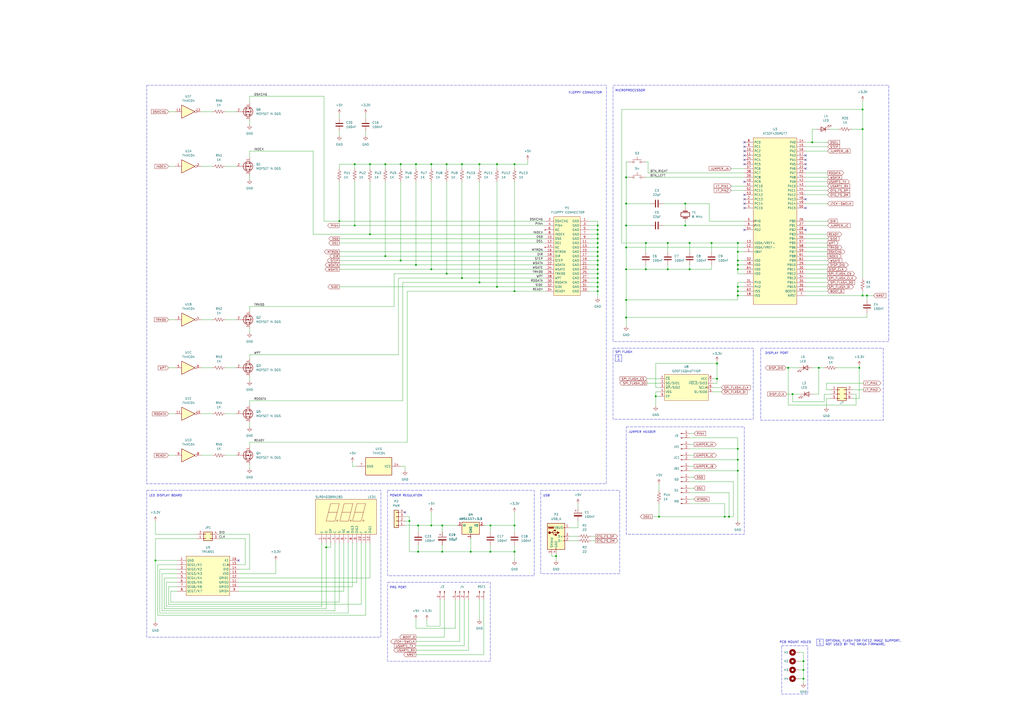
<source format=kicad_sch>
(kicad_sch (version 20230121) (generator eeschema)
  (paper "A2")
  (title_block (title "GOTEK FLOPPY EMULATOR") (date "2023-09-17") (rev "1") (comment 1 "ORIGINAL DESIGN BY GOTEK") (comment 2 "BASED ON SCHEMATIC DESIGNED BY H.M") (comment 3 "CREATED BY JEREMY KELLOGG") (comment 4 "https://github.com/omega9380/OmegaGOTEK"))
  (junction (at 374.65 156.21))
  (junction (at 346.71 153.67))
  (junction (at 363.22 118.11))
  (junction (at 346.71 140.97))
  (junction (at 259.08 95.25))
  (junction (at 502.92 171.45))
  (junction (at 346.71 156.21))
  (junction (at 427.99 266.7))
  (junction (at 205.74 95.25))
  (junction (at 298.45 168.91))
  (junction (at 259.08 158.75))
  (junction (at 420.37 299.72))
  (junction (at 387.35 156.21))
  (junction (at 241.3 153.67))
  (junction (at 346.71 158.75))
  (junction (at 267.97 95.25))
  (junction (at 415.925 210.82))
  (junction (at 380.365 229.87))
  (junction (at 346.71 163.83))
  (junction (at 387.35 140.97))
  (junction (at 223.52 95.25))
  (junction (at 500.38 74.93))
  (junction (at 346.71 135.89))
  (junction (at 278.13 95.25))
  (junction (at 256.54 320.04))
  (junction (at 427.99 166.37))
  (junction (at 223.52 148.59))
  (junction (at 242.57 304.8))
  (junction (at 214.63 135.89))
  (junction (at 500.38 171.45))
  (junction (at 457.2 213.36))
  (junction (at 346.71 133.35))
  (junction (at 400.05 140.97))
  (junction (at 427.99 140.97))
  (junction (at 250.19 95.25))
  (junction (at 500.38 63.5))
  (junction (at 298.45 320.04))
  (junction (at 250.19 304.8))
  (junction (at 466.09 388.62))
  (junction (at 363.22 184.15))
  (junction (at 278.13 163.83))
  (junction (at 427.99 168.91))
  (junction (at 284.48 304.8))
  (junction (at 346.71 130.81))
  (junction (at 427.99 260.35))
  (junction (at 90.17 325.12))
  (junction (at 427.99 273.05))
  (junction (at 363.22 156.21))
  (junction (at 466.09 393.7))
  (junction (at 298.45 304.8))
  (junction (at 346.71 168.91))
  (junction (at 189.23 317.5))
  (junction (at 466.09 383.54))
  (junction (at 382.27 299.72))
  (junction (at 346.71 146.05))
  (junction (at 474.98 213.36))
  (junction (at 298.45 95.25))
  (junction (at 397.51 130.81))
  (junction (at 427.99 146.05))
  (junction (at 242.57 320.04))
  (junction (at 267.97 161.29))
  (junction (at 400.05 156.21))
  (junction (at 374.65 140.97))
  (junction (at 471.17 82.55))
  (junction (at 363.22 173.99))
  (junction (at 397.51 118.11))
  (junction (at 363.22 102.87))
  (junction (at 346.71 148.59))
  (junction (at 196.85 128.27))
  (junction (at 256.54 304.8))
  (junction (at 241.3 95.25))
  (junction (at 427.99 151.13))
  (junction (at 237.49 302.26))
  (junction (at 363.22 143.51))
  (junction (at 273.05 320.04))
  (junction (at 284.48 320.04))
  (junction (at 459.74 228.6))
  (junction (at 422.91 299.72))
  (junction (at 346.71 138.43))
  (junction (at 427.99 171.45))
  (junction (at 363.22 130.81))
  (junction (at 346.71 151.13))
  (junction (at 250.19 156.21))
  (junction (at 415.925 219.71))
  (junction (at 322.58 322.58))
  (junction (at 288.29 166.37))
  (junction (at 346.71 143.51))
  (junction (at 498.475 213.36))
  (junction (at 346.71 161.29))
  (junction (at 232.41 151.13))
  (junction (at 214.63 95.25))
  (junction (at 288.29 95.25))
  (junction (at 205.74 130.81))
  (junction (at 412.75 140.97))
  (junction (at 346.71 166.37))
  (junction (at 232.41 95.25))
  (junction (at 427.99 153.67))
  (junction (at 427.99 156.21))
  (no_connect (at 431.8 133.35))
  (no_connect (at 431.8 95.25))
  (no_connect (at 138.43 325.12))
  (no_connect (at 467.36 92.71))
  (no_connect (at 431.8 87.63))
  (no_connect (at 467.36 133.35))
  (no_connect (at 431.8 105.41))
  (no_connect (at 467.36 97.79))
  (no_connect (at 467.36 95.25))
  (no_connect (at 431.8 120.65))
  (no_connect (at 431.8 82.55))
  (no_connect (at 431.8 92.71))
  (no_connect (at 431.8 85.09))
  (no_connect (at 431.8 115.57))
  (no_connect (at 467.36 120.65))
  (no_connect (at 467.36 90.17))
  (no_connect (at 467.36 115.57))
  (no_connect (at 431.8 113.03))
  (no_connect (at 234.95 297.18))
  (no_connect (at 431.8 118.11))
  (no_connect (at 431.8 90.17))
  (wire (pts (xy 116.84 185.42) (xy 123.19 185.42)))
  (wire (pts (xy 471.17 74.93) (xy 471.17 82.55)))
  (wire (pts (xy 322.58 321.31) (xy 322.58 322.58)))
  (wire (pts (xy 387.35 156.21) (xy 374.65 156.21)))
  (wire (pts (xy 378.46 299.72) (xy 382.27 299.72)))
  (wire (pts (xy 427.99 151.13) (xy 431.8 151.13)))
  (wire (pts (xy 480.06 100.33) (xy 467.36 100.33)))
  (wire (pts (xy 500.38 58.42) (xy 500.38 63.5)))
  (wire (pts (xy 422.91 285.75) (xy 422.91 299.72)))
  (wire (pts (xy 400.05 260.35) (xy 427.99 260.35)))
  (wire (pts (xy 424.18 110.49) (xy 431.8 110.49)))
  (wire (pts (xy 242.57 304.8) (xy 250.19 304.8)))
  (wire (pts (xy 402.59 276.86) (xy 400.05 276.86)))
  (wire (pts (xy 474.98 228.6) (xy 474.98 213.36)))
  (wire (pts (xy 380.365 229.87) (xy 382.905 229.87)))
  (wire (pts (xy 400.05 273.05) (xy 427.99 273.05)))
  (wire (pts (xy 194.31 354.33) (xy 194.31 314.96)))
  (wire (pts (xy 330.2 313.69) (xy 335.28 313.69)))
  (wire (pts (xy 384.81 118.11) (xy 397.51 118.11)))
  (wire (pts (xy 144.78 309.88) (xy 127 309.88)))
  (wire (pts (xy 259.08 158.75) (xy 228.6 158.75)))
  (wire (pts (xy 204.47 340.36) (xy 204.47 314.96)))
  (wire (pts (xy 374.65 140.97) (xy 387.35 140.97)))
  (wire (pts (xy 142.24 312.42) (xy 127 312.42)))
  (wire (pts (xy 278.13 163.83) (xy 278.13 105.41)))
  (wire (pts (xy 278.13 163.83) (xy 316.23 163.83)))
  (wire (pts (xy 256.54 320.04) (xy 242.57 320.04)))
  (wire (pts (xy 144.78 72.39) (xy 144.78 69.85)))
  (wire (pts (xy 431.8 143.51) (xy 363.22 143.51)))
  (wire (pts (xy 341.63 148.59) (xy 346.71 148.59)))
  (wire (pts (xy 298.45 95.25) (xy 306.07 95.25)))
  (wire (pts (xy 411.48 128.27) (xy 411.48 118.11)))
  (wire (pts (xy 478.155 228.6) (xy 478.155 233.045)))
  (wire (pts (xy 298.45 304.8) (xy 298.45 297.18)))
  (wire (pts (xy 335.28 302.26) (xy 335.28 306.07)))
  (wire (pts (xy 431.8 156.21) (xy 427.99 156.21)))
  (wire (pts (xy 463.55 393.7) (xy 466.09 393.7)))
  (wire (pts (xy 506.73 171.45) (xy 502.92 171.45)))
  (wire (pts (xy 415.925 219.71) (xy 415.925 210.82)))
  (wire (pts (xy 96.52 351.79) (xy 186.69 351.79)))
  (wire (pts (xy 199.39 342.9) (xy 199.39 314.96)))
  (wire (pts (xy 90.17 302.26) (xy 90.17 309.88)))
  (wire (pts (xy 400.05 292.1) (xy 420.37 292.1)))
  (wire (pts (xy 214.63 95.25) (xy 223.52 95.25)))
  (wire (pts (xy 479.425 231.14) (xy 479.425 236.22)))
  (wire (pts (xy 480.06 168.91) (xy 467.36 168.91)))
  (wire (pts (xy 212.09 78.74) (xy 212.09 76.2)))
  (wire (pts (xy 241.3 95.25) (xy 250.19 95.25)))
  (wire (pts (xy 241.3 153.67) (xy 316.23 153.67)))
  (wire (pts (xy 346.71 153.67) (xy 346.71 156.21)))
  (wire (pts (xy 382.27 292.1) (xy 382.27 299.72)))
  (wire (pts (xy 341.63 140.97) (xy 346.71 140.97)))
  (wire (pts (xy 480.06 148.59) (xy 467.36 148.59)))
  (wire (pts (xy 360.68 63.5) (xy 500.38 63.5)))
  (wire (pts (xy 273.05 320.04) (xy 256.54 320.04)))
  (wire (pts (xy 93.98 332.74) (xy 93.98 354.33)))
  (wire (pts (xy 375.285 222.25) (xy 382.905 222.25)))
  (wire (pts (xy 99.06 349.25) (xy 196.85 349.25)))
  (wire (pts (xy 341.63 133.35) (xy 346.71 133.35)))
  (wire (pts (xy 496.57 228.6) (xy 496.57 234.95)))
  (wire (pts (xy 494.665 228.6) (xy 496.57 228.6)))
  (wire (pts (xy 341.63 135.89) (xy 346.71 135.89)))
  (wire (pts (xy 375.92 93.98) (xy 374.65 93.98)))
  (wire (pts (xy 346.71 135.89) (xy 346.71 138.43)))
  (wire (pts (xy 116.84 264.16) (xy 123.19 264.16)))
  (wire (pts (xy 264.16 364.49) (xy 241.3 364.49)))
  (wire (pts (xy 480.06 146.05) (xy 467.36 146.05)))
  (wire (pts (xy 250.19 95.25) (xy 250.19 97.79)))
  (wire (pts (xy 138.43 342.9) (xy 199.39 342.9)))
  (wire (pts (xy 93.98 354.33) (xy 194.31 354.33)))
  (wire (pts (xy 201.93 355.6) (xy 201.93 314.96)))
  (wire (pts (xy 427.99 153.67) (xy 431.8 153.67)))
  (wire (pts (xy 205.74 130.81) (xy 205.74 105.41)))
  (wire (pts (xy 264.16 347.98) (xy 264.16 364.49)))
  (wire (pts (xy 116.84 96.52) (xy 123.19 96.52)))
  (wire (pts (xy 196.85 140.97) (xy 316.23 140.97)))
  (wire (pts (xy 144.78 330.2) (xy 144.78 309.88)))
  (wire (pts (xy 431.8 163.83) (xy 427.99 163.83)))
  (wire (pts (xy 502.92 184.15) (xy 363.22 184.15)))
  (wire (pts (xy 250.19 297.18) (xy 250.19 304.8)))
  (wire (pts (xy 363.22 93.98) (xy 363.22 102.87)))
  (wire (pts (xy 412.75 153.67) (xy 412.75 156.21)))
  (wire (pts (xy 266.7 347.98) (xy 266.7 372.11)))
  (wire (pts (xy 425.45 279.4) (xy 425.45 299.72)))
  (wire (pts (xy 346.71 138.43) (xy 346.71 140.97)))
  (wire (pts (xy 196.85 148.59) (xy 223.52 148.59)))
  (wire (pts (xy 345.44 311.15) (xy 342.9 311.15)))
  (wire (pts (xy 459.74 228.6) (xy 464.185 228.6)))
  (wire (pts (xy 374.65 153.67) (xy 374.65 156.21)))
  (wire (pts (xy 207.01 270.51) (xy 204.47 270.51)))
  (wire (pts (xy 402.59 257.81) (xy 400.05 257.81)))
  (wire (pts (xy 402.59 251.46) (xy 400.05 251.46)))
  (wire (pts (xy 363.22 130.81) (xy 377.19 130.81)))
  (wire (pts (xy 269.24 347.98) (xy 269.24 374.65)))
  (wire (pts (xy 502.92 171.45) (xy 502.92 173.99)))
  (wire (pts (xy 466.09 383.54) (xy 466.09 388.62)))
  (wire (pts (xy 480.06 130.81) (xy 467.36 130.81)))
  (wire (pts (xy 479.425 231.14) (xy 481.965 231.14)))
  (wire (pts (xy 341.63 166.37) (xy 346.71 166.37)))
  (wire (pts (xy 463.55 378.46) (xy 466.09 378.46)))
  (wire (pts (xy 102.87 342.9) (xy 99.06 342.9)))
  (wire (pts (xy 335.28 292.1) (xy 335.28 294.64)))
  (wire (pts (xy 480.06 110.49) (xy 467.36 110.49)))
  (wire (pts (xy 457.2 213.36) (xy 463.55 213.36)))
  (wire (pts (xy 502.92 171.45) (xy 500.38 171.45)))
  (wire (pts (xy 363.22 102.87) (xy 363.22 118.11)))
  (wire (pts (xy 271.78 377.19) (xy 241.3 377.19)))
  (wire (pts (xy 498.475 213.36) (xy 498.475 212.09)))
  (wire (pts (xy 402.59 264.16) (xy 400.05 264.16)))
  (wire (pts (xy 214.63 105.41) (xy 214.63 135.89)))
  (wire (pts (xy 236.22 168.91) (xy 236.22 256.54)))
  (wire (pts (xy 479.425 226.06) (xy 479.425 222.25)))
  (wire (pts (xy 481.965 226.06) (xy 479.425 226.06)))
  (wire (pts (xy 502.92 181.61) (xy 502.92 184.15)))
  (wire (pts (xy 257.81 347.98) (xy 257.81 369.57)))
  (wire (pts (xy 380.365 210.82) (xy 380.365 224.79)))
  (wire (pts (xy 424.18 97.79) (xy 431.8 97.79)))
  (wire (pts (xy 363.22 156.21) (xy 363.22 173.99)))
  (wire (pts (xy 212.09 66.04) (xy 212.09 68.58)))
  (wire (pts (xy 259.08 158.75) (xy 316.23 158.75)))
  (wire (pts (xy 480.06 153.67) (xy 467.36 153.67)))
  (wire (pts (xy 480.06 102.87) (xy 467.36 102.87)))
  (wire (pts (xy 256.54 316.23) (xy 256.54 320.04)))
  (wire (pts (xy 427.99 266.7) (xy 427.99 273.05)))
  (wire (pts (xy 341.63 151.13) (xy 346.71 151.13)))
  (wire (pts (xy 181.61 135.89) (xy 181.61 87.63)))
  (wire (pts (xy 400.05 279.4) (xy 425.45 279.4)))
  (wire (pts (xy 330.2 311.15) (xy 335.28 311.15)))
  (wire (pts (xy 130.81 185.42) (xy 137.16 185.42)))
  (wire (pts (xy 400.05 156.21) (xy 387.35 156.21)))
  (wire (pts (xy 90.17 325.12) (xy 90.17 360.68)))
  (wire (pts (xy 97.79 240.03) (xy 101.6 240.03)))
  (wire (pts (xy 144.78 256.54) (xy 144.78 259.08)))
  (wire (pts (xy 273.05 312.42) (xy 273.05 320.04)))
  (wire (pts (xy 138.43 340.36) (xy 204.47 340.36)))
  (wire (pts (xy 481.33 74.93) (xy 486.41 74.93)))
  (wire (pts (xy 346.71 143.51) (xy 346.71 146.05)))
  (wire (pts (xy 298.45 168.91) (xy 236.22 168.91)))
  (wire (pts (xy 363.22 130.81) (xy 363.22 143.51)))
  (wire (pts (xy 209.55 350.52) (xy 209.55 314.96)))
  (wire (pts (xy 363.22 118.11) (xy 363.22 130.81)))
  (wire (pts (xy 196.85 166.37) (xy 288.29 166.37)))
  (wire (pts (xy 237.49 302.26) (xy 234.95 302.26)))
  (wire (pts (xy 232.41 151.13) (xy 232.41 105.41)))
  (wire (pts (xy 480.06 138.43) (xy 467.36 138.43)))
  (wire (pts (xy 494.665 226.06) (xy 501.015 226.06)))
  (wire (pts (xy 380.365 227.33) (xy 380.365 229.87)))
  (wire (pts (xy 387.35 140.97) (xy 400.05 140.97)))
  (wire (pts (xy 427.99 168.91) (xy 431.8 168.91)))
  (wire (pts (xy 130.81 240.03) (xy 137.16 240.03)))
  (wire (pts (xy 422.91 299.72) (xy 420.37 299.72)))
  (wire (pts (xy 427.99 156.21) (xy 427.99 158.75)))
  (wire (pts (xy 241.3 153.67) (xy 241.3 105.41)))
  (wire (pts (xy 196.85 128.27) (xy 316.23 128.27)))
  (wire (pts (xy 255.27 347.98) (xy 255.27 363.22)))
  (wire (pts (xy 278.13 163.83) (xy 233.68 163.83)))
  (wire (pts (xy 196.85 128.27) (xy 196.85 105.41)))
  (wire (pts (xy 144.78 247.65) (xy 144.78 245.11)))
  (wire (pts (xy 214.63 335.28) (xy 214.63 314.96)))
  (wire (pts (xy 412.75 156.21) (xy 400.05 156.21)))
  (wire (pts (xy 102.87 330.2) (xy 92.71 330.2)))
  (wire (pts (xy 250.19 95.25) (xy 259.08 95.25)))
  (wire (pts (xy 415.925 222.25) (xy 415.925 219.71)))
  (wire (pts (xy 97.79 185.42) (xy 101.6 185.42)))
  (wire (pts (xy 418.465 227.33) (xy 413.385 227.33)))
  (wire (pts (xy 138.43 330.2) (xy 144.78 330.2)))
  (wire (pts (xy 431.8 100.33) (xy 375.92 100.33)))
  (wire (pts (xy 500.38 74.93) (xy 500.38 161.29)))
  (wire (pts (xy 422.91 299.72) (xy 425.45 299.72)))
  (wire (pts (xy 232.41 270.51) (xy 234.95 270.51)))
  (wire (pts (xy 259.08 95.25) (xy 259.08 97.79)))
  (wire (pts (xy 471.17 82.55) (xy 467.36 82.55)))
  (wire (pts (xy 427.99 168.91) (xy 427.99 171.45)))
  (wire (pts (xy 427.99 140.97) (xy 431.8 140.97)))
  (wire (pts (xy 412.75 140.97) (xy 412.75 146.05)))
  (wire (pts (xy 266.7 372.11) (xy 241.3 372.11)))
  (wire (pts (xy 341.63 161.29) (xy 346.71 161.29)))
  (wire (pts (xy 431.8 102.87) (xy 374.65 102.87)))
  (wire (pts (xy 130.81 213.36) (xy 137.16 213.36)))
  (wire (pts (xy 280.67 347.98) (xy 280.67 379.73)))
  (wire (pts (xy 498.475 231.14) (xy 498.475 213.36)))
  (wire (pts (xy 382.27 280.67) (xy 382.27 284.48)))
  (wire (pts (xy 242.57 316.23) (xy 242.57 320.04)))
  (wire (pts (xy 298.45 325.12) (xy 298.45 320.04)))
  (wire (pts (xy 95.25 335.28) (xy 95.25 353.06)))
  (wire (pts (xy 95.25 353.06) (xy 189.23 353.06)))
  (wire (pts (xy 196.85 138.43) (xy 316.23 138.43)))
  (wire (pts (xy 374.65 146.05) (xy 374.65 140.97)))
  (wire (pts (xy 346.71 156.21) (xy 346.71 158.75)))
  (wire (pts (xy 341.63 168.91) (xy 346.71 168.91)))
  (wire (pts (xy 466.09 393.7) (xy 466.09 396.24)))
  (wire (pts (xy 382.905 224.79) (xy 380.365 224.79)))
  (wire (pts (xy 223.52 148.59) (xy 316.23 148.59)))
  (wire (pts (xy 346.71 158.75) (xy 346.71 161.29)))
  (wire (pts (xy 480.06 128.27) (xy 467.36 128.27)))
  (wire (pts (xy 90.17 309.88) (xy 114.3 309.88)))
  (wire (pts (xy 494.665 231.14) (xy 498.475 231.14)))
  (wire (pts (xy 130.81 64.77) (xy 137.16 64.77)))
  (wire (pts (xy 413.385 219.71) (xy 415.925 219.71)))
  (wire (pts (xy 223.52 95.25) (xy 232.41 95.25)))
  (wire (pts (xy 280.67 304.8) (xy 284.48 304.8)))
  (wire (pts (xy 346.71 140.97) (xy 346.71 143.51)))
  (wire (pts (xy 97.79 213.36) (xy 101.6 213.36)))
  (wire (pts (xy 267.97 161.29) (xy 316.23 161.29)))
  (wire (pts (xy 415.925 210.82) (xy 415.925 209.55)))
  (wire (pts (xy 228.6 158.75) (xy 228.6 177.8)))
  (wire (pts (xy 247.65 363.22) (xy 247.65 359.41)))
  (wire (pts (xy 427.99 260.35) (xy 427.99 266.7)))
  (wire (pts (xy 346.71 146.05) (xy 346.71 148.59)))
  (wire (pts (xy 278.13 95.25) (xy 288.29 95.25)))
  (wire (pts (xy 102.87 332.74) (xy 93.98 332.74)))
  (wire (pts (xy 232.41 95.25) (xy 241.3 95.25)))
  (wire (pts (xy 346.71 163.83) (xy 346.71 166.37)))
  (wire (pts (xy 212.09 356.87) (xy 212.09 314.96)))
  (wire (pts (xy 205.74 130.81) (xy 316.23 130.81)))
  (wire (pts (xy 463.55 383.54) (xy 466.09 383.54)))
  (wire (pts (xy 382.27 299.72) (xy 420.37 299.72)))
  (wire (pts (xy 214.63 135.89) (xy 181.61 135.89)))
  (wire (pts (xy 257.81 369.57) (xy 241.3 369.57)))
  (wire (pts (xy 330.2 306.07) (xy 335.28 306.07)))
  (wire (pts (xy 234.95 270.51) (xy 234.95 273.05)))
  (wire (pts (xy 144.78 55.88) (xy 187.96 55.88)))
  (wire (pts (xy 256.54 304.8) (xy 265.43 304.8)))
  (wire (pts (xy 363.22 184.15) (xy 363.22 189.23)))
  (wire (pts (xy 223.52 105.41) (xy 223.52 148.59)))
  (wire (pts (xy 431.8 128.27) (xy 411.48 128.27)))
  (wire (pts (xy 116.84 213.36) (xy 123.19 213.36)))
  (wire (pts (xy 232.41 97.79) (xy 232.41 95.25)))
  (wire (pts (xy 187.96 128.27) (xy 196.85 128.27)))
  (wire (pts (xy 236.22 256.54) (xy 144.78 256.54)))
  (wire (pts (xy 471.17 74.93) (xy 473.71 74.93)))
  (wire (pts (xy 400.05 153.67) (xy 400.05 156.21)))
  (wire (pts (xy 234.95 299.72) (xy 237.49 299.72)))
  (wire (pts (xy 116.84 64.77) (xy 123.19 64.77)))
  (wire (pts (xy 341.63 128.27) (xy 346.71 128.27)))
  (wire (pts (xy 90.17 312.42) (xy 114.3 312.42)))
  (wire (pts (xy 232.41 151.13) (xy 316.23 151.13)))
  (wire (pts (xy 214.63 95.25) (xy 214.63 97.79)))
  (wire (pts (xy 288.29 166.37) (xy 288.29 105.41)))
  (wire (pts (xy 99.06 342.9) (xy 99.06 349.25)))
  (wire (pts (xy 413.385 222.25) (xy 415.925 222.25)))
  (wire (pts (xy 382.905 227.33) (xy 380.365 227.33)))
  (wire (pts (xy 431.8 146.05) (xy 427.99 146.05)))
  (wire (pts (xy 480.06 158.75) (xy 467.36 158.75)))
  (wire (pts (xy 278.13 97.79) (xy 278.13 95.25)))
  (wire (pts (xy 187.96 55.88) (xy 187.96 128.27)))
  (wire (pts (xy 242.57 304.8) (xy 242.57 308.61)))
  (wire (pts (xy 341.63 163.83) (xy 346.71 163.83)))
  (wire (pts (xy 205.74 97.79) (xy 205.74 95.25)))
  (wire (pts (xy 90.17 312.42) (xy 90.17 325.12)))
  (wire (pts (xy 427.99 273.05) (xy 427.99 302.26)))
  (wire (pts (xy 387.35 153.67) (xy 387.35 156.21)))
  (wire (pts (xy 256.54 304.8) (xy 256.54 308.61)))
  (wire (pts (xy 241.3 97.79) (xy 241.3 95.25)))
  (wire (pts (xy 144.78 177.8) (xy 144.78 180.34)))
  (wire (pts (xy 346.71 128.27) (xy 346.71 130.81)))
  (wire (pts (xy 481.965 228.6) (xy 478.155 228.6)))
  (wire (pts (xy 400.05 285.75) (xy 422.91 285.75)))
  (wire (pts (xy 427.99 146.05) (xy 427.99 140.97)))
  (wire (pts (xy 207.01 337.82) (xy 207.01 314.96)))
  (wire (pts (xy 457.2 234.95) (xy 457.2 213.36)))
  (wire (pts (xy 92.71 330.2) (xy 92.71 355.6)))
  (wire (pts (xy 91.44 327.66) (xy 91.44 356.87)))
  (wire (pts (xy 189.23 353.06) (xy 189.23 317.5)))
  (wire (pts (xy 363.22 102.87) (xy 364.49 102.87)))
  (wire (pts (xy 298.45 316.23) (xy 298.45 320.04)))
  (wire (pts (xy 485.775 213.36) (xy 498.475 213.36)))
  (wire (pts (xy 478.155 233.045) (xy 459.74 233.045)))
  (wire (pts (xy 400.05 146.05) (xy 400.05 140.97)))
  (wire (pts (xy 97.79 96.52) (xy 101.6 96.52)))
  (wire (pts (xy 142.24 327.66) (xy 142.24 312.42)))
  (wire (pts (xy 138.43 337.82) (xy 207.01 337.82)))
  (wire (pts (xy 363.22 143.51) (xy 363.22 156.21)))
  (wire (pts (xy 231.14 205.74) (xy 144.78 205.74)))
  (wire (pts (xy 288.29 166.37) (xy 316.23 166.37)))
  (wire (pts (xy 250.19 304.8) (xy 256.54 304.8)))
  (wire (pts (xy 144.78 104.14) (xy 144.78 101.6)))
  (wire (pts (xy 191.77 317.5) (xy 189.23 317.5)))
  (wire (pts (xy 97.79 264.16) (xy 101.6 264.16)))
  (wire (pts (xy 375.285 219.71) (xy 382.905 219.71)))
  (wire (pts (xy 480.06 118.11) (xy 467.36 118.11)))
  (wire (pts (xy 427.99 153.67) (xy 427.99 151.13)))
  (wire (pts (xy 360.68 140.97) (xy 360.68 63.5)))
  (wire (pts (xy 480.06 107.95) (xy 467.36 107.95)))
  (wire (pts (xy 196.85 349.25) (xy 196.85 314.96)))
  (wire (pts (xy 427.99 163.83) (xy 427.99 166.37)))
  (wire (pts (xy 267.97 95.25) (xy 278.13 95.25)))
  (wire (pts (xy 144.78 193.04) (xy 144.78 190.5)))
  (wire (pts (xy 144.78 232.41) (xy 144.78 234.95)))
  (wire (pts (xy 431.8 158.75) (xy 427.99 158.75)))
  (wire (pts (xy 138.43 332.74) (xy 160.02 332.74)))
  (wire (pts (xy 284.48 320.04) (xy 298.45 320.04)))
  (wire (pts (xy 144.78 271.78) (xy 144.78 269.24)))
  (wire (pts (xy 250.19 156.21) (xy 250.19 105.41)))
  (wire (pts (xy 288.29 95.25) (xy 298.45 95.25)))
  (wire (pts (xy 400.05 266.7) (xy 427.99 266.7)))
  (wire (pts (xy 231.14 161.29) (xy 231.14 205.74)))
  (wire (pts (xy 130.81 264.16) (xy 137.16 264.16)))
  (wire (pts (xy 102.87 335.28) (xy 95.25 335.28)))
  (wire (pts (xy 144.78 205.74) (xy 144.78 208.28)))
  (wire (pts (xy 255.27 363.22) (xy 247.65 363.22)))
  (wire (pts (xy 480.06 135.89) (xy 467.36 135.89)))
  (wire (pts (xy 138.43 327.66) (xy 142.24 327.66)))
  (wire (pts (xy 196.85 146.05) (xy 316.23 146.05)))
  (wire (pts (xy 474.98 213.36) (xy 478.155 213.36)))
  (wire (pts (xy 427.99 153.67) (xy 427.99 156.21)))
  (wire (pts (xy 402.59 283.21) (xy 400.05 283.21)))
  (wire (pts (xy 196.85 97.79) (xy 196.85 95.25)))
  (wire (pts (xy 306.07 92.71) (xy 306.07 95.25)))
  (wire (pts (xy 374.65 156.21) (xy 363.22 156.21)))
  (wire (pts (xy 241.3 364.49) (xy 241.3 359.41)))
  (wire (pts (xy 418.465 224.79) (xy 413.385 224.79)))
  (wire (pts (xy 459.74 233.045) (xy 459.74 228.6)))
  (wire (pts (xy 250.19 156.21) (xy 316.23 156.21)))
  (wire (pts (xy 288.29 95.25) (xy 288.29 97.79)))
  (wire (pts (xy 494.03 74.93) (xy 500.38 74.93)))
  (wire (pts (xy 271.78 347.98) (xy 271.78 377.19)))
  (wire (pts (xy 346.71 151.13) (xy 346.71 153.67)))
  (wire (pts (xy 500.38 63.5) (xy 500.38 74.93)))
  (wire (pts (xy 267.97 161.29) (xy 267.97 105.41)))
  (wire (pts (xy 233.68 163.83) (xy 233.68 232.41)))
  (wire (pts (xy 400.05 254) (xy 427.99 254)))
  (wire (pts (xy 233.68 232.41) (xy 144.78 232.41)))
  (wire (pts (xy 397.51 130.81) (xy 397.51 128.27)))
  (wire (pts (xy 284.48 304.8) (xy 298.45 304.8)))
  (wire (pts (xy 102.87 325.12) (xy 90.17 325.12)))
  (wire (pts (xy 480.06 163.83) (xy 467.36 163.83)))
  (wire (pts (xy 346.71 161.29) (xy 346.71 163.83)))
  (wire (pts (xy 92.71 355.6) (xy 201.93 355.6)))
  (wire (pts (xy 480.06 156.21) (xy 467.36 156.21)))
  (wire (pts (xy 463.55 388.62) (xy 466.09 388.62)))
  (wire (pts (xy 144.78 220.98) (xy 144.78 218.44)))
  (wire (pts (xy 284.48 304.8) (xy 284.48 308.61)))
  (wire (pts (xy 427.99 166.37) (xy 427.99 168.91)))
  (wire (pts (xy 144.78 59.69) (xy 144.78 55.88)))
  (wire (pts (xy 91.44 356.87) (xy 212.09 356.87)))
  (wire (pts (xy 363.22 173.99) (xy 363.22 184.15)))
  (wire (pts (xy 196.85 95.25) (xy 205.74 95.25)))
  (wire (pts (xy 196.85 78.74) (xy 196.85 76.2)))
  (wire (pts (xy 97.79 64.77) (xy 101.6 64.77)))
  (wire (pts (xy 138.43 335.28) (xy 214.63 335.28)))
  (wire (pts (xy 471.805 228.6) (xy 474.98 228.6)))
  (wire (pts (xy 496.57 234.95) (xy 457.2 234.95)))
  (wire (pts (xy 471.17 213.36) (xy 474.98 213.36)))
  (wire (pts (xy 204.47 270.51) (xy 204.47 267.97)))
  (wire (pts (xy 237.49 299.72) (xy 237.49 302.26)))
  (wire (pts (xy 411.48 118.11) (xy 397.51 118.11)))
  (wire (pts (xy 397.51 118.11) (xy 397.51 120.65)))
  (wire (pts (xy 269.24 374.65) (xy 241.3 374.65)))
  (wire (pts (xy 228.6 177.8) (xy 144.78 177.8)))
  (wire (pts (xy 480.06 166.37) (xy 467.36 166.37)))
  (wire (pts (xy 234.95 304.8) (xy 242.57 304.8)))
  (wire (pts (xy 97.79 340.36) (xy 97.79 350.52)))
  (wire (pts (xy 181.61 87.63) (xy 144.78 87.63)))
  (wire (pts (xy 196.85 130.81) (xy 205.74 130.81)))
  (wire (pts (xy 420.37 292.1) (xy 420.37 299.72)))
  (wire (pts (xy 500.38 171.45) (xy 467.36 171.45)))
  (wire (pts (xy 384.81 130.81) (xy 397.51 130.81)))
  (wire (pts (xy 341.63 138.43) (xy 346.71 138.43)))
  (wire (pts (xy 380.365 235.585) (xy 380.365 229.87)))
  (wire (pts (xy 427.99 254) (xy 427.99 260.35)))
  (wire (pts (xy 480.06 140.97) (xy 467.36 140.97)))
  (wire (pts (xy 364.49 93.98) (xy 363.22 93.98)))
  (wire (pts (xy 346.71 166.37) (xy 346.71 168.91)))
  (wire (pts (xy 267.97 95.25) (xy 267.97 97.79)))
  (wire (pts (xy 500.38 168.91) (xy 500.38 171.45)))
  (wire (pts (xy 341.63 130.81) (xy 346.71 130.81)))
  (wire (pts (xy 191.77 314.96) (xy 191.77 317.5)))
  (wire (pts (xy 298.45 168.91) (xy 316.23 168.91)))
  (wire (pts (xy 427.99 151.13) (xy 427.99 146.05)))
  (wire (pts (xy 278.13 347.98) (xy 278.13 359.41)))
  (wire (pts (xy 346.71 148.59) (xy 346.71 151.13)))
  (wire (pts (xy 380.365 210.82) (xy 415.925 210.82)))
  (wire (pts (xy 480.06 151.13) (xy 467.36 151.13)))
  (wire (pts (xy 402.59 289.56) (xy 400.05 289.56)))
  (wire (pts (xy 102.87 337.82) (xy 96.52 337.82)))
  (wire (pts (xy 273.05 320.04) (xy 284.48 320.04)))
  (wire (pts (xy 341.63 146.05) (xy 346.71 146.05)))
  (wire (pts (xy 341.63 156.21) (xy 346.71 156.21)))
  (wire (pts (xy 480.06 87.63) (xy 467.36 87.63)))
  (wire (pts (xy 160.02 325.12) (xy 160.02 332.74)))
  (wire (pts (xy 322.58 322.58) (xy 322.58 325.12)))
  (wire (pts (xy 427.99 171.45) (xy 427.99 173.99)))
  (wire (pts (xy 400.05 140.97) (xy 412.75 140.97)))
  (wire (pts (xy 298.45 95.25) (xy 298.45 97.79)))
  (wire (pts (xy 431.8 130.81) (xy 397.51 130.81)))
  (wire (pts (xy 360.68 140.97) (xy 374.65 140.97)))
  (wire (pts (xy 237.49 320.04) (xy 237.49 302.26)))
  (wire (pts (xy 466.09 378.46) (xy 466.09 383.54)))
  (wire (pts (xy 412.75 140.97) (xy 427.99 140.97)))
  (wire (pts (xy 223.52 97.79) (xy 223.52 95.25)))
  (wire (pts (xy 480.06 143.51) (xy 467.36 143.51)))
  (wire (pts (xy 259.08 95.25) (xy 267.97 95.25)))
  (wire (pts (xy 320.04 321.31) (xy 320.04 322.58)))
  (wire (pts (xy 97.79 350.52) (xy 209.55 350.52)))
  (wire (pts (xy 363.22 118.11) (xy 377.19 118.11)))
  (wire (pts (xy 186.69 351.79) (xy 186.69 314.96)))
  (wire (pts (xy 424.18 107.95) (xy 431.8 107.95)))
  (wire (pts (xy 427.99 171.45) (xy 431.8 171.45)))
  (wire (pts (xy 214.63 135.89) (xy 316.23 135.89)))
  (wire (pts (xy 144.78 91.44) (xy 144.78 87.63)))
  (wire (pts (xy 96.52 337.82) (xy 96.52 351.79)))
  (wire (pts (xy 341.63 143.51) (xy 346.71 143.51)))
  (wire (pts (xy 320.04 322.58) (xy 322.58 322.58)))
  (wire (pts (xy 346.71 130.81) (xy 346.71 133.35)))
  (wire (pts (xy 196.85 153.67) (xy 241.3 153.67)))
  (wire (pts (xy 480.06 161.29) (xy 467.36 161.29)))
  (wire (pts (xy 480.06 82.55) (xy 471.17 82.55)))
  (wire (pts (xy 196.85 66.04) (xy 196.85 68.58)))
  (wire (pts (xy 456.565 228.6) (xy 459.74 228.6)))
  (wire (pts (xy 189.23 317.5) (xy 189.23 314.96)))
  (wire (pts (xy 341.63 153.67) (xy 346.71 153.67)))
  (wire (pts (xy 480.06 105.41) (xy 467.36 105.41)))
  (wire (pts (xy 196.85 151.13) (xy 232.41 151.13)))
  (wire (pts (xy 480.06 85.09) (xy 467.36 85.09)))
  (wire (pts (xy 346.71 133.35) (xy 346.71 135.89)))
  (wire (pts (xy 242.57 320.04) (xy 237.49 320.04)))
  (wire (pts (xy 298.45 304.8) (xy 298.45 308.61)))
  (wire (pts (xy 196.85 156.21) (xy 250.19 156.21)))
  (wire (pts (xy 284.48 316.23) (xy 284.48 320.04)))
  (wire (pts (xy 102.87 340.36) (xy 97.79 340.36)))
  (wire (pts (xy 427.99 173.99) (xy 363.22 173.99)))
  (wire (pts (xy 259.08 158.75) (xy 259.08 105.41)))
  (wire (pts (xy 402.59 270.51) (xy 400.05 270.51)))
  (wire (pts (xy 466.09 388.62) (xy 466.09 393.7)))
  (wire (pts (xy 267.97 161.29) (xy 231.14 161.29)))
  (wire (pts (xy 280.67 379.73) (xy 241.3 379.73)))
  (wire (pts (xy 346.71 168.91) (xy 346.71 172.72)))
  (wire (pts (xy 387.35 146.05) (xy 387.35 140.97)))
  (wire (pts (xy 298.45 168.91) (xy 298.45 105.41)))
  (wire (pts (xy 205.74 95.25) (xy 214.63 95.25)))
  (wire (pts (xy 375.92 100.33) (xy 375.92 93.98)))
  (wire (pts (xy 455.93 213.36) (xy 457.2 213.36)))
  (wire (pts (xy 130.81 96.52) (xy 137.16 96.52)))
  (wire (pts (xy 479.425 222.25) (xy 501.015 222.25)))
  (wire (pts (xy 427.99 166.37) (xy 431.8 166.37)))
  (wire (pts (xy 102.87 327.66) (xy 91.44 327.66)))
  (wire (pts (xy 116.84 240.03) (xy 123.19 240.03)))
  (wire (pts (xy 345.44 313.69) (xy 342.9 313.69)))
  (wire (pts (xy 341.63 158.75) (xy 346.71 158.75)))
  (wire (pts (xy 480.06 113.03) (xy 467.36 113.03)))
  (rectangle (start 453.39 374.65) (end 468.63 402.59) (stroke (width 0) (type dash)))
  (rectangle (start 473.71 370.713) (end 477.52 374.65))
  (rectangle (start 85.09 49.53) (end 351.79 280.67) (stroke (width 0) (type dash)))
  (rectangle (start 224.79 284.48) (end 309.88 334.01) (stroke (width 0) (type dash)))
  (rectangle (start 85.09 284.48) (end 220.98 369.57) (stroke (width 0) (type dash)))
  (rectangle (start 363.22 247.65) (end 431.8 309.88) (stroke (width 0) (type dash)))
  (rectangle (start 356.87 205.74) (end 360.68 209.677))
  (rectangle (start 313.69 284.48) (end 359.41 332.74) (stroke (width 0) (type dash)))
  (rectangle (start 224.79 337.82) (end 284.48 383.54) (stroke (width 0) (type dash)))
  (rectangle (start 441.325 201.93) (end 512.445 243.84) (stroke (width 0) (type dash)))
  (rectangle (start 355.6 201.93) (end 436.88 243.205) (stroke (width 0) (type dash)))
  (rectangle (start 355.6 49.53) (end 515.62 198.12) (stroke (width 0) (type dash)))
  (text "MICROPROCESSOR" (at 356.87 53.34 0) (effects (font (size 1.27 1.27)) (justify left bottom)))
  (text "PCB MOUNT HOLES" (at 452.12 373.38 0) (effects (font (size 1.27 1.27)) (justify left bottom)))
  (text "1" (at 474.345 374.396 0) (effects (font (size 2.54 2.54)) (justify left bottom)))
  (text "PRG PORT" (at 226.06 341.63 0) (effects (font (size 1.27 1.27)) (justify left bottom)))
  (text "LED DISPLAY BOARD" (at 86.36 288.29 0) (effects (font (size 1.27 1.27)) (justify left bottom)))
  (text "USB" (at 314.96 288.29 0) (effects (font (size 1.27 1.27)) (justify left bottom)))
  (text "JUMPER HEADER" (at 364.49 251.46 0) (effects (font (size 1.27 1.27)) (justify left bottom)))
  (text "SPI FLASH" (at 356.87 205.105 0) (effects (font (size 1.27 1.27)) (justify left bottom)))
  (text "FLOPPY CONNECTOR" (at 349.25 54.61 0) (effects (font (size 1.27 1.27)) (justify right bottom)))
  (text "DISPLAY PORT" (at 443.865 205.74 0) (effects (font (size 1.27 1.27)) (justify left bottom)))
  (text "POWER REGULATION" (at 226.06 288.29 0) (effects (font (size 1.27 1.27)) (justify left bottom)))
  (text "1" (at 357.505 209.423 0) (effects (font (size 2.54 2.54)) (justify left bottom)))
  (text "OPTIONAL FLASH FOR FAT12 IMAGE SUPPORT.\nNOT USED BY THE AMIGA FIRMWARE." (at 478.79 374.65 0) (effects (font (size 1.27 1.27)) (justify left bottom)))
  (label "INDEX" (at 147.32 87.63 0))
  (label "STEP" (at 314.96 151.13 180))
  (label "WPT" (at 314.96 161.29 180))
  (label "DS1" (at 314.96 140.97 180))
  (label "PIN4" (at 314.96 130.81 180))
  (label "TRK00" (at 147.32 177.8 0))
  (label "BTN_LEFT" (at 377.19 102.87 0))
  (label "WGATE" (at 314.96 156.21 180))
  (label "WDATA" (at 314.96 153.67 180))
  (label "INDEX" (at 314.96 135.89 180))
  (label "READY" (at 147.32 256.54 0))
  (label "BTN_RIGHT" (at 377.19 100.33 0))
  (label "RDDATA" (at 314.96 163.83 180))
  (label "MTRON" (at 314.96 146.05 180))
  (label "READY" (at 314.96 168.91 180))
  (label "DSKCHG" (at 147.32 55.88 0))
  (label "DSKCHG" (at 314.96 128.27 180))
  (label "SIDE" (at 314.96 166.37 180))
  (label "DIR" (at 314.96 148.59 180))
  (label "CLK" (at 127 312.42 0))
  (label "DIO" (at 127 309.88 0))
  (label "WPT" (at 147.32 205.74 0))
  (label "TRK00" (at 314.96 158.75 180))
  (label "DS0" (at 314.96 138.43 180))
  (label "RDDATA" (at 147.32 232.41 0))
  (global_label "OTG_FS_DP" (shape output) (at 345.44 311.15 0) (property "Intersheetrefs" "${INTERSHEET_REFS}" (effects hide)))
  (global_label "MTRON" (shape input) (at 402.59 289.56 0) (property "Intersheetrefs" "${INTERSHEET_REFS}" (effects hide)))
  (global_label "NRST" (shape output) (at 241.3 379.73 180) (property "Intersheetrefs" "${INTERSHEET_REFS}" (effects hide)))
  (global_label "PIN4" (shape input) (at 402.59 251.46 0) (property "Intersheetrefs" "${INTERSHEET_REFS}" (effects hide)))
  (global_label "PIN4" (shape output) (at 196.85 130.81 180) (property "Intersheetrefs" "${INTERSHEET_REFS}" (effects hide)))
  (global_label "INDEX" (shape input) (at 97.79 96.52 180) (property "Intersheetrefs" "${INTERSHEET_REFS}" (effects hide)))
  (global_label "J7_PIN2" (shape input) (at 424.18 110.49 180) (property "Intersheetrefs" "${INTERSHEET_REFS}" (effects hide)))
  (global_label "SPI_FLASH_CS" (shape input) (at 375.285 219.71 180) (property "Intersheetrefs" "${INTERSHEET_REFS}" (effects hide)))
  (global_label "DIR" (shape input) (at 480.06 128.27 0) (property "Intersheetrefs" "${INTERSHEET_REFS}" (effects hide)))
  (global_label "SPI_FLASH_DI" (shape output) (at 480.06 166.37 0) (property "Intersheetrefs" "${INTERSHEET_REFS}" (effects hide)))
  (global_label "INDEX" (shape output) (at 480.06 148.59 0) (property "Intersheetrefs" "${INTERSHEET_REFS}" (effects hide)))
  (global_label "USART1_TX" (shape input) (at 241.3 374.65 180) (property "Intersheetrefs" "${INTERSHEET_REFS}" (effects hide)))
  (global_label "RDDATA" (shape input) (at 97.79 240.03 180) (property "Intersheetrefs" "${INTERSHEET_REFS}" (effects hide)))
  (global_label "STEP" (shape input) (at 480.06 85.09 0) (property "Intersheetrefs" "${INTERSHEET_REFS}" (effects hide)))
  (global_label "OTG_FS_DP" (shape input) (at 480.06 110.49 0) (property "Intersheetrefs" "${INTERSHEET_REFS}" (effects hide)))
  (global_label "JUMPER_JC" (shape input) (at 480.06 130.81 0) (property "Intersheetrefs" "${INTERSHEET_REFS}" (effects hide)))
  (global_label "WGATE" (shape output) (at 196.85 156.21 180) (property "Intersheetrefs" "${INTERSHEET_REFS}" (effects hide)))
  (global_label "BOOT_0" (shape input) (at 480.06 168.91 0) (property "Intersheetrefs" "${INTERSHEET_REFS}" (effects hide)))
  (global_label "SIDE" (shape output) (at 196.85 166.37 180) (property "Intersheetrefs" "${INTERSHEET_REFS}" (effects hide)))
  (global_label "MTRON" (shape output) (at 196.85 146.05 180) (property "Intersheetrefs" "${INTERSHEET_REFS}" (effects hide)))
  (global_label "USART1_TX" (shape output) (at 480.06 105.41 0) (property "Intersheetrefs" "${INTERSHEET_REFS}" (effects hide)))
  (global_label "OTG_FS_DM" (shape output) (at 345.44 313.69 0) (property "Intersheetrefs" "${INTERSHEET_REFS}" (effects hide)))
  (global_label "JTCK-SWCLK" (shape output) (at 241.3 372.11 180) (property "Intersheetrefs" "${INTERSHEET_REFS}" (effects hide)))
  (global_label "WDATA" (shape input) (at 480.06 102.87 0) (property "Intersheetrefs" "${INTERSHEET_REFS}" (effects hide)))
  (global_label "SPI_FLASH_DO" (shape output) (at 375.285 222.25 180) (property "Intersheetrefs" "${INTERSHEET_REFS}" (effects hide)))
  (global_label "DISP_DIO" (shape bidirectional) (at 455.93 213.36 180) (property "Intersheetrefs" "${INTERSHEET_REFS}" (effects hide)))
  (global_label "DISP_CLK" (shape output) (at 480.06 156.21 0) (property "Intersheetrefs" "${INTERSHEET_REFS}" (effects hide)))
  (global_label "NRST" (shape input) (at 506.73 171.45 0) (property "Intersheetrefs" "${INTERSHEET_REFS}" (effects hide)))
  (global_label "USART1_RX" (shape input) (at 480.06 107.95 0) (property "Intersheetrefs" "${INTERSHEET_REFS}" (effects hide)))
  (global_label "DS1" (shape input) (at 402.59 283.21 0) (property "Intersheetrefs" "${INTERSHEET_REFS}" (effects hide)))
  (global_label "SPI_FLASH_DI" (shape input) (at 418.465 227.33 0) (property "Intersheetrefs" "${INTERSHEET_REFS}" (effects hide)))
  (global_label "JUMPER_JB" (shape input) (at 480.06 87.63 0) (property "Intersheetrefs" "${INTERSHEET_REFS}" (effects hide)))
  (global_label "DIR" (shape output) (at 196.85 148.59 180) (property "Intersheetrefs" "${INTERSHEET_REFS}" (effects hide)))
  (global_label "J7_PIN2" (shape output) (at 501.015 226.06 0) (property "Intersheetrefs" "${INTERSHEET_REFS}" (effects hide)))
  (global_label "TRK00" (shape input) (at 97.79 185.42 180) (property "Intersheetrefs" "${INTERSHEET_REFS}" (effects hide)))
  (global_label "READY" (shape output) (at 480.06 135.89 0) (property "Intersheetrefs" "${INTERSHEET_REFS}" (effects hide)))
  (global_label "JTCK-SWCLK" (shape input) (at 480.06 118.11 0) (property "Intersheetrefs" "${INTERSHEET_REFS}" (effects hide)))
  (global_label "SPI_FLASH_CS" (shape output) (at 480.06 158.75 0) (property "Intersheetrefs" "${INTERSHEET_REFS}" (effects hide)))
  (global_label "RDDATA" (shape output) (at 480.06 100.33 0) (property "Intersheetrefs" "${INTERSHEET_REFS}" (effects hide)))
  (global_label "J7_PIN1" (shape output) (at 501.015 222.25 0) (property "Intersheetrefs" "${INTERSHEET_REFS}" (effects hide)))
  (global_label "DSEL" (shape output) (at 378.46 299.72 180) (property "Intersheetrefs" "${INTERSHEET_REFS}" (effects hide)))
  (global_label "TRK00" (shape output) (at 480.06 143.51 0) (property "Intersheetrefs" "${INTERSHEET_REFS}" (effects hide)))
  (global_label "READY" (shape input) (at 97.79 264.16 180) (property "Intersheetrefs" "${INTERSHEET_REFS}" (effects hide)))
  (global_label "J7_PIN1" (shape input) (at 424.18 107.95 180) (property "Intersheetrefs" "${INTERSHEET_REFS}" (effects hide)))
  (global_label "JUMPER_JA" (shape output) (at 402.59 257.81 0) (property "Intersheetrefs" "${INTERSHEET_REFS}" (effects hide)))
  (global_label "JUMPER_JA" (shape input) (at 424.18 97.79 180) (property "Intersheetrefs" "${INTERSHEET_REFS}" (effects hide)))
  (global_label "WPT" (shape input) (at 97.79 213.36 180) (property "Intersheetrefs" "${INTERSHEET_REFS}" (effects hide)))
  (global_label "DSKCHG" (shape output) (at 480.06 146.05 0) (property "Intersheetrefs" "${INTERSHEET_REFS}" (effects hide)))
  (global_label "WGATE" (shape input) (at 480.06 151.13 0) (property "Intersheetrefs" "${INTERSHEET_REFS}" (effects hide)))
  (global_label "BOOT_0" (shape output) (at 241.3 369.57 180) (property "Intersheetrefs" "${INTERSHEET_REFS}" (effects hide)))
  (global_label "WPT" (shape output) (at 480.06 140.97 0) (property "Intersheetrefs" "${INTERSHEET_REFS}" (effects hide)))
  (global_label "SPI_FLASH_CLK" (shape output) (at 480.06 161.29 0) (property "Intersheetrefs" "${INTERSHEET_REFS}" (effects hide)))
  (global_label "USART1_RX" (shape output) (at 241.3 377.19 180) (property "Intersheetrefs" "${INTERSHEET_REFS}" (effects hide)))
  (global_label "SPI_FLASH_CLK" (shape input) (at 418.465 224.79 0) (property "Intersheetrefs" "${INTERSHEET_REFS}" (effects hide)))
  (global_label "OTG_FS_DM" (shape input) (at 480.06 113.03 0) (property "Intersheetrefs" "${INTERSHEET_REFS}" (effects hide)))
  (global_label "JUMPER_JC" (shape output) (at 402.59 264.16 0) (property "Intersheetrefs" "${INTERSHEET_REFS}" (effects hide)))
  (global_label "STEP" (shape output) (at 196.85 151.13 180) (property "Intersheetrefs" "${INTERSHEET_REFS}" (effects hide)))
  (global_label "WDATA" (shape output) (at 196.85 153.67 180) (property "Intersheetrefs" "${INTERSHEET_REFS}" (effects hide)))
  (global_label "DSKCHG" (shape input) (at 97.79 64.77 180) (property "Intersheetrefs" "${INTERSHEET_REFS}" (effects hide)))
  (global_label "DS0" (shape output) (at 196.85 138.43 180) (property "Intersheetrefs" "${INTERSHEET_REFS}" (effects hide)))
  (global_label "DSEL" (shape input) (at 480.06 82.55 0) (property "Intersheetrefs" "${INTERSHEET_REFS}" (effects hide)))
  (global_label "SPI_FLASH_DO" (shape input) (at 480.06 163.83 0) (property "Intersheetrefs" "${INTERSHEET_REFS}" (effects hide)))
  (global_label "DISP_DIO" (shape bidirectional) (at 480.06 153.67 0) (property "Intersheetrefs" "${INTERSHEET_REFS}" (effects hide)))
  (global_label "DS1" (shape output) (at 196.85 140.97 180) (property "Intersheetrefs" "${INTERSHEET_REFS}" (effects hide)))
  (global_label "DISP_CLK" (shape input) (at 456.565 228.6 180) (property "Intersheetrefs" "${INTERSHEET_REFS}" (effects hide)))
  (global_label "JUMPER_JB" (shape output) (at 402.59 270.51 0) (property "Intersheetrefs" "${INTERSHEET_REFS}" (effects hide)))
  (global_label "SIDE" (shape input) (at 480.06 138.43 0) (property "Intersheetrefs" "${INTERSHEET_REFS}" (effects hide)))
  (global_label "DS0" (shape input) (at 402.59 276.86 0) (property "Intersheetrefs" "${INTERSHEET_REFS}" (effects hide)))
  (symbol (lib_id "Device:C") (at 502.92 177.8 0) (unit 1)
    (property "Reference" "C4" (at 506.73 176.53 0) (effects (justify left)))
    (property "Value" "100nF" (at 506.73 179.07 0) (effects (justify left)))
    (property "Footprint" "Capacitor_SMD:C_0805_2012Metric_Pad1.18x1.45mm_HandSolder" (effects hide))
  )
  (symbol (lib_id "Device:R_US") (at 250.19 101.6 0) (unit 1)
    (property "Reference" "PU8" (at 252.73 100.33 0) (effects (justify left)))
    (property "Value" "1K" (at 252.73 102.87 0) (effects (justify left)))
    (property "Footprint" "Resistor_SMD:R_0805_2012Metric_Pad1.20x1.40mm_HandSolder" (effects hide))
  )
  (symbol (lib_id "power:GND") (at 144.78 220.98 0) (unit 1)
    (property "Reference" "#PWR06" (effects hide))
    (property "Value" "GND" (at 144.78 226.06 0))
  )
  (symbol (lib_id "power:GND") (at 479.425 236.22 0) (unit 1)
    (property "Reference" "#PWR019" (effects hide))
    (property "Value" "GND" (at 479.425 241.3 0))
  )
  (symbol (lib_id "Connector:Conn_01x02_Pin") (at 394.97 283.21 0) (unit 1)
    (property "Reference" "S1" (at 392.43 284.48 0))
    (property "Value" "Conn_01x02_Pin" (effects hide))
    (property "Footprint" "Connector_PinHeader_2.54mm:PinHeader_1x02_P2.54mm_Vertical" (effects hide))
  )
  (symbol (lib_id "power:+3.3V") (at 500.38 58.42 0) (unit 1)
    (property "Reference" "#PWR029" (effects hide))
    (property "Value" "+3.3V" (at 500.38 53.34 0))
  )
  (symbol (lib_id "Device:C") (at 381 118.11 90) (unit 1)
    (property "Reference" "C3" (at 381 110.49 90))
    (property "Value" "22pF" (at 381 113.03 90))
    (property "Footprint" "Capacitor_SMD:C_0805_2012Metric_Pad1.18x1.45mm_HandSolder" (effects hide))
  )
  (symbol (lib_id "Device:Q_NMOS_DGS") (at 142.24 213.36 0) (unit 1)
    (property "Reference" "Q3" (at 148.59 212.09 0) (effects (justify left)))
    (property "Value" "MOFSET N DGS" (at 148.59 214.63 0) (effects (justify left)))
    (property "Footprint" "Package_TO_SOT_SMD:SOT-23" (effects hide))
  )
  (symbol (lib_id "Device:Q_NMOS_DGS") (at 142.24 96.52 0) (unit 1)
    (property "Reference" "Q1" (at 148.59 95.25 0) (effects (justify left)))
    (property "Value" "MOFSET N DGS" (at 148.59 97.79 0) (effects (justify left)))
    (property "Footprint" "Package_TO_SOT_SMD:SOT-23" (effects hide))
  )
  (symbol (lib_id "power:+3.3V") (at 160.02 325.12 0) (unit 1)
    (property "Reference" "#PWR017" (effects hide))
    (property "Value" "+3.3V" (at 160.02 320.04 0))
  )
  (symbol (lib_id "Device:R_US") (at 298.45 101.6 0) (unit 1)
    (property "Reference" "PU13" (at 300.99 100.33 0) (effects (justify left)))
    (property "Value" "1K" (at 300.99 102.87 0) (effects (justify left)))
    (property "Footprint" "Resistor_SMD:R_0805_2012Metric_Pad1.20x1.40mm_HandSolder" (effects hide))
  )
  (symbol (lib_id "Device:Q_NMOS_DGS") (at 142.24 264.16 0) (unit 1)
    (property "Reference" "Q4" (at 148.59 262.89 0) (effects (justify left)))
    (property "Value" "MOFSET N DGS" (at 148.59 265.43 0) (effects (justify left)))
    (property "Footprint" "Package_TO_SOT_SMD:SOT-23" (effects hide))
  )
  (symbol (lib_id "Device:R_US") (at 127 96.52 90) (unit 1)
    (property "Reference" "RN1" (at 127 90.17 90))
    (property "Value" "1K" (at 127 92.71 90))
    (property "Footprint" "Resistor_SMD:R_0805_2012Metric_Pad1.20x1.40mm_HandSolder" (effects hide))
  )
  (symbol (lib_id "Connector:Conn_01x02_Pin") (at 394.97 270.51 0) (unit 1)
    (property "Reference" "JB1" (at 392.43 271.78 0))
    (property "Value" "Conn_01x02_Pin" (effects hide))
    (property "Footprint" "Connector_PinHeader_2.54mm:PinHeader_1x02_P2.54mm_Vertical" (effects hide))
  )
  (symbol (lib_id "power:+3.3V") (at 90.17 302.26 0) (unit 1)
    (property "Reference" "#PWR018" (effects hide))
    (property "Value" "+3.3V" (at 90.17 297.18 0))
  )
  (symbol (lib_id "power:GND") (at 363.22 189.23 0) (unit 1)
    (property "Reference" "#PWR028" (effects hide))
    (property "Value" "GND" (at 363.22 194.31 0))
  )
  (symbol (lib_id "Device:Crystal") (at 397.51 124.46 90) (unit 1)
    (property "Reference" "Y1" (at 401.32 123.19 90) (effects (justify right)))
    (property "Value" "8 MHz" (at 401.32 125.73 90) (effects (justify right)))
    (property "Footprint" "Crystal:Crystal_HC49-U_Vertical" (effects hide))
  )
  (symbol (lib_id "Device:R_US") (at 127 213.36 90) (unit 1)
    (property "Reference" "RN3" (at 127 207.01 90))
    (property "Value" "1K" (at 127 209.55 90))
    (property "Footprint" "Resistor_SMD:R_0805_2012Metric_Pad1.20x1.40mm_HandSolder" (effects hide))
  )
  (symbol (lib_id "Device:Q_NMOS_DGS") (at 142.24 64.77 0) (unit 1)
    (property "Reference" "Q6" (at 148.59 63.5 0) (effects (justify left)))
    (property "Value" "MOFSET N DGS" (at 148.59 66.04 0) (effects (justify left)))
    (property "Footprint" "Package_TO_SOT_SMD:SOT-23" (effects hide))
  )
  (symbol (lib_id "power:GND") (at 466.09 396.24 0) (unit 1)
    (property "Reference" "#PWR034" (effects hide))
    (property "Value" "GND" (at 466.09 401.32 0))
  )
  (symbol (lib_id "74xx:74HC04") (at 109.22 240.03 0) (unit 5)
    (property "Reference" "U1" (at 109.22 231.14 0))
    (property "Value" "74HC04" (at 109.22 233.68 0))
    (property "Footprint" "Package_SO:SSOP-14_5.3x6.2mm_P0.65mm" (effects hide))
    (property "Datasheet" "https://assets.nexperia.com/documents/data-sheet/74HC_HCT04.pdf" (effects hide))
  )
  (symbol (lib_id "power:+5V") (at 382.27 280.67 0) (unit 1)
    (property "Reference" "#PWR04" (effects hide))
    (property "Value" "+5V" (at 382.27 275.59 0))
  )
  (symbol (lib_id "Device:LED") (at 477.52 74.93 180) (unit 1)
    (property "Reference" "L4" (at 479.1075 67.31 0))
    (property "Value" "LED" (at 479.1075 69.85 0))
    (property "Footprint" "LED_THT:LED_D3.0mm" (effects hide))
  )
  (symbol (lib_id "power:GND") (at 144.78 271.78 0) (unit 1)
    (property "Reference" "#PWR08" (effects hide))
    (property "Value" "GND" (at 144.78 276.86 0))
  )
  (symbol (lib_id "OmegaGOTEK_Library:AT32F435RGT7") (at 449.58 128.27 0) (unit 1)
    (property "Reference" "U3" (at 449.58 74.93 0))
    (property "Value" "AT32F435RGT7" (at 449.58 77.47 0))
    (property "Footprint" "OmegaGOTEK_Library:LQFP-64_L10.0-W10.0-P0.50-LS12.0-BL" (effects hide))
    (property "LCSC Part" "C3029577" (effects hide))
  )
  (symbol (lib_id "Device:C") (at 284.48 312.42 0) (unit 1)
    (property "Reference" "C17" (at 288.29 311.15 0) (effects (justify left)))
    (property "Value" "100nF" (at 288.29 313.69 0) (effects (justify left)))
    (property "Footprint" "Capacitor_SMD:C_0805_2012Metric_Pad1.18x1.45mm_HandSolder" (effects hide))
  )
  (symbol (lib_id "OmegaGOTEK_Library:TM1651") (at 120.65 334.01 0) (unit 1)
    (property "Reference" "U5" (at 120.65 317.5 0))
    (property "Value" "TM1651" (at 120.65 320.04 0))
    (property "Footprint" "OmegaGOTEK_Library:SOIC-16_L9.9-W3.9-P1.27-LS6.0-BL" (effects hide))
    (property "Datasheet" "https://lcsc.com/product-detail/LED-Drivers_TM1651_C40102.html" (effects hide))
    (property "LCSC Part" "C40102" (effects hide))
  )
  (symbol (lib_id "Device:C_Polarized") (at 256.54 312.42 0) (unit 1)
    (property "Reference" "C19" (at 260.35 310.261 0) (effects (justify left)))
    (property "Value" "10µF" (at 260.35 312.801 0) (effects (justify left)))
    (property "Footprint" "Capacitor_THT:CP_Radial_D5.0mm_P2.50mm" (effects hide))
  )
  (symbol (lib_id "Device:C") (at 196.85 72.39 0) (unit 1)
    (property "Reference" "C20" (at 200.66 71.12 0) (effects (justify left)))
    (property "Value" "100nF" (at 200.66 73.66 0) (effects (justify left)))
    (property "Footprint" "Capacitor_SMD:C_0805_2012Metric_Pad1.18x1.45mm_HandSolder" (effects hide))
  )
  (symbol (lib_id "power:+5V") (at 204.47 267.97 0) (unit 1)
    (property "Reference" "#PWR033" (effects hide))
    (property "Value" "+5V" (at 204.47 262.89 0))
  )
  (symbol (lib_id "Connector:USB_A") (at 322.58 311.15 0) (unit 1)
    (property "Reference" "P3" (at 322.58 298.45 0))
    (property "Value" "USB_A" (at 322.58 300.99 0))
    (property "Footprint" "OmegaGOTEK_Library:USB-A-TH_676432911" (effects hide))
    (property "Datasheet" " ~" (effects hide))
  )
  (symbol (lib_id "Device:C") (at 400.05 149.86 0) (unit 1)
    (property "Reference" "C8" (at 403.86 148.59 0) (effects (justify left)))
    (property "Value" "100nF" (at 403.86 151.13 0) (effects (justify left)))
    (property "Footprint" "Capacitor_SMD:C_0805_2012Metric_Pad1.18x1.45mm_HandSolder" (effects hide))
  )
  (symbol (lib_id "Regulator_Linear:AMS1117-3.3") (at 273.05 304.8 0) (unit 1)
    (property "Reference" "U4" (at 273.05 298.45 0))
    (property "Value" "AMS1117-3.3" (at 273.05 300.99 0))
    (property "Footprint" "Package_TO_SOT_SMD:SOT-223-3_TabPin2" (effects hide))
    (property "Datasheet" "http://www.advanced-monolithic.com/pdf/ds1117.pdf" (effects hide))
  )
  (symbol (lib_id "Mechanical:MountingHole_Pad") (at 461.01 378.46 90) (unit 1)
    (property "Reference" "H1" (at 454.66 378.46 90) (effects (justify right)))
    (property "Value" "MountingHole" (effects hide))
    (property "Footprint" "MountingHole:MountingHole_3.2mm_M3_Pad_Via" (effects hide))
  )
  (symbol (lib_id "Mechanical:MountingHole_Pad") (at 461.01 383.54 90) (unit 1)
    (property "Reference" "H2" (at 454.66 383.54 90) (effects (justify right)))
    (property "Value" "MountingHole" (effects hide))
    (property "Footprint" "MountingHole:MountingHole_3.2mm_M3_Pad_Via" (effects hide))
  )
  (symbol (lib_id "Connector:Conn_01x04_Pin") (at 269.24 342.9 270) (unit 1)
    (property "Reference" "J4" (at 267.97 340.36 90))
    (property "Value" "Conn_01x04_Pin" (effects hide))
    (property "Footprint" "Connector_PinHeader_2.54mm:PinHeader_2x02_P2.54mm_Vertical" (effects hide))
  )
  (symbol (lib_id "power:+3.3V") (at 212.09 66.04 0) (unit 1)
    (property "Reference" "#PWR021" (effects hide))
    (property "Value" "+3.3V" (at 212.09 60.96 0))
  )
  (symbol (lib_id "power:+3.3V") (at 298.45 297.18 0) (unit 1)
    (property "Reference" "#PWR027" (effects hide))
    (property "Value" "+3.3V" (at 298.45 292.1 0))
  )
  (symbol (lib_id "Device:R_US") (at 267.97 101.6 0) (unit 1)
    (property "Reference" "PU10" (at 270.51 100.33 0) (effects (justify left)))
    (property "Value" "1K" (at 270.51 102.87 0) (effects (justify left)))
    (property "Footprint" "Resistor_SMD:R_0805_2012Metric_Pad1.20x1.40mm_HandSolder" (effects hide))
  )
  (symbol (lib_id "Device:R_US") (at 223.52 101.6 0) (unit 1)
    (property "Reference" "PU5" (at 226.06 100.33 0) (effects (justify left)))
    (property "Value" "1K" (at 226.06 102.87 0) (effects (justify left)))
    (property "Footprint" "Resistor_SMD:R_0805_2012Metric_Pad1.20x1.40mm_HandSolder" (effects hide))
  )
  (symbol (lib_id "Device:R_US") (at 214.63 101.6 0) (unit 1)
    (property "Reference" "PU3" (at 217.17 100.33 0) (effects (justify left)))
    (property "Value" "1K" (at 217.17 102.87 0) (effects (justify left)))
    (property "Footprint" "Resistor_SMD:R_0805_2012Metric_Pad1.20x1.40mm_HandSolder" (effects hide))
  )
  (symbol (lib_id "Device:C") (at 374.65 149.86 0) (unit 1)
    (property "Reference" "C6" (at 378.46 148.59 0) (effects (justify left)))
    (property "Value" "100nF" (at 378.46 151.13 0) (effects (justify left)))
    (property "Footprint" "Capacitor_SMD:C_0805_2012Metric_Pad1.18x1.45mm_HandSolder" (effects hide))
  )
  (symbol (lib_id "Mechanical:MountingHole_Pad") (at 461.01 388.62 90) (unit 1)
    (property "Reference" "H3" (at 454.66 388.62 90) (effects (justify right)))
    (property "Value" "MountingHole" (effects hide))
    (property "Footprint" "MountingHole:MountingHole_3.2mm_M3_Pad_Via" (effects hide))
  )
  (symbol (lib_id "power:GND") (at 298.45 325.12 0) (unit 1)
    (property "Reference" "#PWR025" (effects hide))
    (property "Value" "GND" (at 298.45 330.2 0))
  )
  (symbol (lib_id "Device:R_US") (at 490.22 74.93 270) (unit 1)
    (property "Reference" "R20" (at 490.22 68.58 90))
    (property "Value" "1K" (at 490.22 71.12 90))
    (property "Footprint" "Resistor_SMD:R_0805_2012Metric_Pad1.20x1.40mm_HandSolder" (effects hide))
  )
  (symbol (lib_id "Device:R_US") (at 232.41 101.6 0) (unit 1)
    (property "Reference" "PU6" (at 234.95 100.33 0) (effects (justify left)))
    (property "Value" "1K" (at 234.95 102.87 0) (effects (justify left)))
    (property "Footprint" "Resistor_SMD:R_0805_2012Metric_Pad1.20x1.40mm_HandSolder" (effects hide))
  )
  (symbol (lib_id "Connector:Conn_01x02_Pin") (at 280.67 342.9 270) (unit 1)
    (property "Reference" "RST1" (at 279.4 340.36 90))
    (property "Value" "Conn_01x02_Pin" (effects hide))
    (property "Footprint" "Connector_PinHeader_2.54mm:PinHeader_1x02_P2.54mm_Vertical" (effects hide))
  )
  (symbol (lib_id "Device:R_US") (at 481.965 213.36 90) (unit 1)
    (property "Reference" "R21" (at 481.965 207.645 90))
    (property "Value" "1K" (at 481.965 210.185 90))
    (property "Footprint" "Resistor_SMD:R_0805_2012Metric_Pad1.20x1.40mm_HandSolder" (effects hide))
  )
  (symbol (lib_id "Connector:Conn_01x02_Pin") (at 394.97 251.46 0) (unit 1)
    (property "Reference" "J5" (at 392.43 252.73 0))
    (property "Value" "Conn_01x02_Pin" (effects hide))
    (property "Footprint" "Connector_PinHeader_2.54mm:PinHeader_1x02_P2.54mm_Vertical" (effects hide))
  )
  (symbol (lib_id "power:GND") (at 234.95 273.05 0) (unit 1)
    (property "Reference" "#PWR032" (effects hide))
    (property "Value" "GND" (at 234.95 278.13 0))
  )
  (symbol (lib_id "power:+5V") (at 250.19 297.18 0) (unit 1)
    (property "Reference" "#PWR026" (effects hide))
    (property "Value" "+5V" (at 250.19 292.1 0))
  )
  (symbol (lib_id "power:GND") (at 144.78 72.39 0) (unit 1)
    (property "Reference" "#PWR011" (effects hide))
    (property "Value" "GND" (at 144.78 77.47 0))
  )
  (symbol (lib_id "Switch:SW_Push") (at 369.57 102.87 0) (unit 1)
    (property "Reference" "S4" (at 369.57 97.79 0))
    (property "Value" "SW_MEC_5E" (effects hide))
    (property "Footprint" "Button_Switch_THT:SW_Tactile_SKHH_Angled" (effects hide))
  )
  (symbol (lib_id "Connector_Generic:Conn_02x02_Top_Bottom") (at 119.38 312.42 0) (mirror x) (unit 1)
    (property "Reference" "JP1" (at 120.65 306.07 0))
    (property "Value" "Conn_02x02_Top_Bottom" (effects hide))
    (property "Footprint" "Connector_PinHeader_2.54mm:PinHeader_2x02_P2.54mm_Horizontal" (effects hide))
  )
  (symbol (lib_id "74xx:74HC04") (at 109.22 264.16 0) (unit 4)
    (property "Reference" "U1" (at 109.22 255.27 0))
    (property "Value" "74HC04" (at 109.22 257.81 0))
    (property "Footprint" "Package_SO:SSOP-14_5.3x6.2mm_P0.65mm" (effects hide))
    (property "Datasheet" "https://assets.nexperia.com/documents/data-sheet/74HC_HCT04.pdf" (effects hide))
  )
  (symbol (lib_id "Device:C") (at 212.09 72.39 0) (unit 1)
    (property "Reference" "C16" (at 215.9 71.12 0) (effects (justify left)))
    (property "Value" "100nF" (at 215.9 73.66 0) (effects (justify left)))
    (property "Footprint" "Capacitor_SMD:C_0805_2012Metric_Pad1.18x1.45mm_HandSolder" (effects hide))
  )
  (symbol (lib_id "OmegaGOTEK_Library:Floppy_Connector") (at 314.96 168.91 0) (unit 1)
    (property "Reference" "P1" (at 328.93 120.65 0))
    (property "Value" " FLOPPY CONNECTOR" (at 328.93 123.19 0))
    (property "Footprint" "OmegaGOTEK_Library:FloppyHeader_2x17_P2.54mm_Horizontal" (effects hide))
  )
  (symbol (lib_id "74xx:74HC04") (at 219.71 270.51 270) (unit 7)
    (property "Reference" "U1" (at 219.71 260.35 90))
    (property "Value" "74HC04" (at 219.71 262.89 90))
    (property "Footprint" "Package_SO:SSOP-14_5.3x6.2mm_P0.65mm" (effects hide))
    (property "Datasheet" "https://assets.nexperia.com/documents/data-sheet/74HC_HCT04.pdf" (effects hide))
  )
  (symbol (lib_id "power:GND") (at 346.71 172.72 0) (unit 1)
    (property "Reference" "#PWR01" (effects hide))
    (property "Value" "GND" (at 346.71 177.8 0))
  )
  (symbol (lib_id "74xx:74HC04") (at 109.22 96.52 0) (unit 1)
    (property "Reference" "U1" (at 109.22 87.63 0))
    (property "Value" "74HC04" (at 109.22 90.17 0))
    (property "Footprint" "Package_SO:SSOP-14_5.3x6.2mm_P0.65mm" (effects hide))
    (property "Datasheet" "https://assets.nexperia.com/documents/data-sheet/74HC_HCT04.pdf" (effects hide))
  )
  (symbol (lib_id "power:GND") (at 322.58 325.12 0) (unit 1)
    (property "Reference" "#PWR031" (effects hide))
    (property "Value" "GND" (at 322.58 330.2 0))
  )
  (symbol (lib_id "Device:R_US") (at 127 240.03 90) (unit 1)
    (property "Reference" "RN4" (at 127 233.68 90))
    (property "Value" "1K" (at 127 236.22 90))
    (property "Footprint" "Resistor_SMD:R_0805_2012Metric_Pad1.20x1.40mm_HandSolder" (effects hide))
  )
  (symbol (lib_id "power:GND") (at 427.99 302.26 0) (unit 1)
    (property "Reference" "#PWR03" (effects hide))
    (property "Value" "GND" (at 427.99 307.34 0))
  )
  (symbol (lib_id "power:+5V") (at 335.28 292.1 0) (unit 1)
    (property "Reference" "#PWR030" (effects hide))
    (property "Value" "+5V" (at 335.28 287.02 0))
  )
  (symbol (lib_id "Device:R_US") (at 288.29 101.6 0) (unit 1)
    (property "Reference" "PU12" (at 290.83 100.33 0) (effects (justify left)))
    (property "Value" "1K" (at 290.83 102.87 0) (effects (justify left)))
    (property "Footprint" "Resistor_SMD:R_0805_2012Metric_Pad1.20x1.40mm_HandSolder" (effects hide))
  )
  (symbol (lib_id "power:+3.3V") (at 415.925 209.55 0) (unit 1)
    (property "Reference" "#PWR024" (effects hide))
    (property "Value" "+3.3V" (at 415.925 205.105 0))
  )
  (symbol (lib_id "power:GND") (at 196.85 78.74 0) (unit 1)
    (property "Reference" "#PWR010" (effects hide))
    (property "Value" "GND" (at 196.85 83.82 0))
  )
  (symbol (lib_id "Device:R_US") (at 127 185.42 90) (unit 1)
    (property "Reference" "RN2" (at 127 179.07 90))
    (property "Value" "1K" (at 127 181.61 90))
    (property "Footprint" "Resistor_SMD:R_0805_2012Metric_Pad1.20x1.40mm_HandSolder" (effects hide))
  )
  (symbol (lib_id "Connector:Conn_01x02_Pin") (at 257.81 342.9 270) (unit 1)
    (property "Reference" "J3" (at 256.54 340.36 90))
    (property "Value" "Conn_01x02_Pin" (effects hide))
    (property "Footprint" "Connector_PinHeader_2.54mm:PinHeader_1x02_P2.54mm_Vertical" (effects hide))
  )
  (symbol (lib_id "Device:LED") (at 467.36 213.36 0) (unit 1)
    (property "Reference" "L5" (at 465.7725 207.01 0))
    (property "Value" "LED" (at 465.7725 209.55 0))
    (property "Footprint" "LED_THT:LED_D3.0mm" (effects hide))
  )
  (symbol (lib_id "Device:C") (at 412.75 149.86 0) (unit 1)
    (property "Reference" "C9" (at 416.56 148.59 0) (effects (justify left)))
    (property "Value" "100nF" (at 416.56 151.13 0) (effects (justify left)))
    (property "Footprint" "Capacitor_SMD:C_0805_2012Metric_Pad1.18x1.45mm_HandSolder" (effects hide))
  )
  (symbol (lib_id "power:+5V") (at 196.85 66.04 0) (unit 1)
    (property "Reference" "#PWR09" (effects hide))
    (property "Value" "+5V" (at 196.85 60.96 0))
  )
  (symbol (lib_id "Device:C") (at 381 130.81 90) (unit 1)
    (property "Reference" "C5" (at 381 123.19 90))
    (property "Value" "22pF" (at 381 125.73 90))
    (property "Footprint" "Capacitor_SMD:C_0805_2012Metric_Pad1.18x1.45mm_HandSolder" (effects hide))
  )
  (symbol (lib_id "Device:R_US") (at 196.85 101.6 0) (unit 1)
    (property "Reference" "PU1" (at 199.39 100.33 0) (effects (justify left)))
    (property "Value" "1K" (at 199.39 102.87 0) (effects (justify left)))
    (property "Footprint" "Resistor_SMD:R_0805_2012Metric_Pad1.20x1.40mm_HandSolder" (effects hide))
  )
  (symbol (lib_id "Device:R_US") (at 382.27 288.29 0) (unit 1)
    (property "Reference" "PU4" (at 384.81 287.02 0) (effects (justify left)))
    (property "Value" "1K" (at 384.81 289.56 0) (effects (justify left)))
    (property "Footprint" "Resistor_SMD:R_0805_2012Metric_Pad1.20x1.40mm_HandSolder" (effects hide))
  )
  (symbol (lib_id "Device:Q_NMOS_DGS") (at 142.24 185.42 0) (unit 1)
    (property "Reference" "Q2" (at 148.59 184.15 0) (effects (justify left)))
    (property "Value" "MOFSET N DGS" (at 148.59 186.69 0) (effects (justify left)))
    (property "Footprint" "Package_TO_SOT_SMD:SOT-23" (effects hide))
  )
  (symbol (lib_id "OmegaGOTEK_Library:GD5F1GQ4UFYIGR") (at 398.145 224.79 0) (unit 1)
    (property "Reference" "U8" (at 398.145 212.725 0))
    (property "Value" "GD5F1GQ4UFYIGR" (at 398.145 215.265 0))
    (property "Footprint" "OmegaGOTEK_Library:WSON-8_L8.0-W6.0-P1.27-TL-EP" (effects hide))
    (property "LCSC Part" "C2986324" (effects hide))
  )
  (symbol (lib_id "Device:C") (at 242.57 312.42 0) (unit 1)
    (property "Reference" "C23" (at 246.38 311.15 0) (effects (justify left)))
    (property "Value" "100nF" (at 246.38 313.69 0) (effects (justify left)))
    (property "Footprint" "Capacitor_SMD:C_0805_2012Metric_Pad1.18x1.45mm_HandSolder" (effects hide))
  )
  (symbol (lib_id "Connector_Generic:Conn_01x04") (at 229.87 302.26 180) (unit 1)
    (property "Reference" "P2" (at 229.87 290.83 0))
    (property "Value" "PWR" (at 229.87 293.37 0))
    (property "Footprint" "Connector_PinHeader_2.54mm:PinHeader_1x04_P2.54mm_Horizontal" (effects hide))
  )
  (symbol (lib_id "74xx:74HC04") (at 109.22 213.36 0) (unit 3)
    (property "Reference" "U1" (at 109.22 204.47 0))
    (property "Value" "74HC04" (at 109.22 207.01 0))
    (property "Footprint" "Package_SO:SSOP-14_5.3x6.2mm_P0.65mm" (effects hide))
    (property "Datasheet" "https://assets.nexperia.com/documents/data-sheet/74HC_HCT04.pdf" (effects hide))
  )
  (symbol (lib_id "74xx:74HC04") (at 109.22 64.77 0) (unit 6)
    (property "Reference" "U1" (at 109.22 55.88 0))
    (property "Value" "74HC04" (at 109.22 58.42 0))
    (property "Footprint" "Package_SO:SSOP-14_5.3x6.2mm_P0.65mm" (effects hide))
    (property "Datasheet" "https://assets.nexperia.com/documents/data-sheet/74HC_HCT04.pdf" (effects hide))
  )
  (symbol (lib_id "power:GND") (at 144.78 104.14 0) (unit 1)
    (property "Reference" "#PWR012" (effects hide))
    (property "Value" "GND" (at 144.78 109.22 0))
  )
  (symbol (lib_id "Device:R_US") (at 339.09 311.15 90) (unit 1)
    (property "Reference" "R1" (at 339.09 304.8 90))
    (property "Value" "22" (at 339.09 307.34 90))
    (property "Footprint" "Resistor_SMD:R_0805_2012Metric_Pad1.20x1.40mm_HandSolder" (effects hide))
  )
  (symbol (lib_id "Mechanical:MountingHole_Pad") (at 461.01 393.7 90) (unit 1)
    (property "Reference" "H4" (at 454.66 393.7 90) (effects (justify right)))
    (property "Value" "MountingHole" (effects hide))
    (property "Footprint" "MountingHole:MountingHole_3.2mm_M3_Pad_Via" (effects hide))
  )
  (symbol (lib_id "power:GND") (at 90.17 360.68 0) (unit 1)
    (property "Reference" "#PWR016" (effects hide))
    (property "Value" "GND" (at 90.17 365.76 0))
  )
  (symbol (lib_id "Connector:Conn_01x02_Pin") (at 394.97 289.56 0) (unit 1)
    (property "Reference" "M0" (at 392.43 290.83 0))
    (property "Value" "Conn_01x02_Pin" (effects hide))
    (property "Footprint" "Connector_PinHeader_2.54mm:PinHeader_1x02_P2.54mm_Vertical" (effects hide))
  )
  (symbol (lib_id "Device:R_US") (at 127 264.16 90) (unit 1)
    (property "Reference" "RN5" (at 127 257.81 90))
    (property "Value" "1K" (at 127 260.35 90))
    (property "Footprint" "Resistor_SMD:R_0805_2012Metric_Pad1.20x1.40mm_HandSolder" (effects hide))
  )
  (symbol (lib_id "Device:C_Polarized") (at 335.28 298.45 0) (unit 1)
    (property "Reference" "C1" (at 339.09 297.18 0) (effects (justify left)))
    (property "Value" "100nF" (at 339.09 299.72 0) (effects (justify left)))
    (property "Footprint" "Capacitor_SMD:C_0805_2012Metric_Pad1.18x1.45mm_HandSolder" (effects hide))
  )
  (symbol (lib_id "Connector:Conn_01x02_Pin") (at 394.97 257.81 0) (unit 1)
    (property "Reference" "JA1" (at 392.43 259.08 0))
    (property "Value" "Conn_01x02_Pin" (effects hide))
    (property "Footprint" "Connector_PinHeader_2.54mm:PinHeader_1x02_P2.54mm_Vertical" (effects hide))
  )
  (symbol (lib_id "OmegaGOTEK_Library:SLR0403BRA1BD") (at 182.88 289.56 0) (unit 1)
    (property "Reference" "LED1" (at 213.36 288.29 0) (effects (justify left)))
    (property "Value" "SLR0403BRA1BD" (at 182.88 288.29 0) (effects (justify left)))
    (property "Footprint" "OmegaGOTEK_Library:LED-SEG-TH_SLR0403BRA1BD" (effects hide))
    (property "Datasheet" "https://lcsc.com/product-detail/Led-Segment-Display_SUNLIGHT-SLR0403BRA1BD_C225910.html" (effects hide))
    (property "LCSC Part" "C225910" (effects hide))
  )
  (symbol (lib_id "Switch:SW_Push") (at 369.57 93.98 0) (unit 1)
    (property "Reference" "S3" (at 369.57 88.9 0))
    (property "Value" "SW_MEC_5E" (effects hide))
    (property "Footprint" "Button_Switch_THT:SW_Tactile_SKHH_Angled" (effects hide))
  )
  (symbol (lib_id "Device:C") (at 387.35 149.86 0) (unit 1)
    (property "Reference" "C7" (at 391.16 148.59 0) (effects (justify left)))
    (property "Value" "100nF" (at 391.16 151.13 0) (effects (justify left)))
    (property "Footprint" "Capacitor_SMD:C_0805_2012Metric_Pad1.18x1.45mm_HandSolder" (effects hide))
  )
  (symbol (lib_id "power:GND") (at 144.78 193.04 0) (unit 1)
    (property "Reference" "#PWR05" (effects hide))
    (property "Value" "GND" (at 144.78 198.12 0))
  )
  (symbol (lib_id "power:+3.3V") (at 247.65 359.41 0) (unit 1)
    (property "Reference" "#PWR015" (effects hide))
    (property "Value" "+3.3V" (at 247.65 354.33 0))
  )
  (symbol (lib_id "Connector:Conn_01x02_Pin") (at 394.97 276.86 0) (unit 1)
    (property "Reference" "S0" (at 392.43 278.13 0))
    (property "Value" "Conn_01x02_Pin" (effects hide))
    (property "Footprint" "Connector_PinHeader_2.54mm:PinHeader_1x02_P2.54mm_Vertical" (effects hide))
  )
  (symbol (lib_id "74xx:74HC04") (at 109.22 185.42 0) (unit 2)
    (property "Reference" "U1" (at 109.22 176.53 0))
    (property "Value" "74HC04" (at 109.22 179.07 0))
    (property "Footprint" "Package_SO:SSOP-14_5.3x6.2mm_P0.65mm" (effects hide))
    (property "Datasheet" "https://assets.nexperia.com/documents/data-sheet/74HC_HCT04.pdf" (effects hide))
  )
  (symbol (lib_id "power:GND") (at 278.13 359.41 0) (unit 1)
    (property "Reference" "#PWR013" (effects hide))
    (property "Value" "GND" (at 278.13 364.49 0))
  )
  (symbol (lib_id "Device:Q_NMOS_DGS") (at 142.24 240.03 0) (unit 1)
    (property "Reference" "Q5" (at 148.59 238.76 0) (effects (justify left)))
    (property "Value" "MOFSET N DGS" (at 148.59 241.3 0) (effects (justify left)))
    (property "Footprint" "Package_TO_SOT_SMD:SOT-23" (effects hide))
  )
  (symbol (lib_id "Device:R_US") (at 127 64.77 90) (unit 1)
    (property "Reference" "RN6" (at 127 58.42 90))
    (property "Value" "1K" (at 127 60.96 90))
    (property "Footprint" "Resistor_SMD:R_0805_2012Metric_Pad1.20x1.40mm_HandSolder" (effects hide))
  )
  (symbol (lib_id "power:GND") (at 144.78 247.65 0) (unit 1)
    (property "Reference" "#PWR07" (effects hide))
    (property "Value" "GND" (at 144.78 252.73 0))
  )
  (symbol (lib_id "Device:C") (at 298.45 312.42 0) (unit 1)
    (property "Reference" "C18" (at 302.26 311.15 0) (effects (justify left)))
    (property "Value" "100nF" (at 302.26 313.69 0) (effects (justify left)))
    (property "Footprint" "Capacitor_SMD:C_0805_2012Metric_Pad1.18x1.45mm_HandSolder" (effects hide))
  )
  (symbol (lib_id "Device:R_US") (at 241.3 101.6 0) (unit 1)
    (property "Reference" "PU7" (at 243.84 100.33 0) (effects (justify left)))
    (property "Value" "1K" (at 243.84 102.87 0) (effects (justify left)))
    (property "Footprint" "Resistor_SMD:R_0805_2012Metric_Pad1.20x1.40mm_HandSolder" (effects hide))
  )
  (symbol (lib_id "Connector_Generic:Conn_02x03_Odd_Even") (at 487.045 228.6 0) (unit 1)
    (property "Reference" "J7" (at 488.315 233.68 0))
    (property "Value" "Conn_02x03_Counter_Clockwise" (effects hide))
    (property "Footprint" "Connector_PinHeader_2.54mm:PinHeader_2x03_P2.54mm_Horizontal" (effects hide))
  )
  (symbol (lib_id "power:GND") (at 212.09 78.74 0) (unit 1)
    (property "Reference" "#PWR022" (effects hide))
    (property "Value" "GND" (at 212.09 83.82 0))
  )
  (symbol (lib_id "power:GND") (at 380.365 235.585 0) (unit 1)
    (property "Reference" "#PWR023" (effects hide))
    (property "Value" "GND" (at 380.365 240.665 0))
  )
  (symbol (lib_id "Device:R_US") (at 205.74 101.6 0) (unit 1)
    (property "Reference" "PU2" (at 208.28 100.33 0) (effects (justify left)))
    (property "Value" "1K" (at 208.28 102.87 0) (effects (justify left)))
    (property "Footprint" "Resistor_SMD:R_0805_2012Metric_Pad1.20x1.40mm_HandSolder" (effects hide))
  )
  (symbol (lib_id "power:+3.3V") (at 498.475 212.09 0) (unit 1)
    (property "Reference" "#PWR020" (effects hide))
    (property "Value" "+3.3V" (at 498.475 207.01 0))
  )
  (symbol (lib_id "Device:LED") (at 467.995 228.6 0) (unit 1)
    (property "Reference" "L3" (at 466.4075 222.25 0))
    (property "Value" "LED" (at 466.4075 224.79 0))
    (property "Footprint" "LED_THT:LED_D3.0mm" (effects hide))
  )
  (symbol (lib_id "Device:R_US") (at 339.09 313.69 90) (unit 1)
    (property "Reference" "R2" (at 339.09 317.5 90))
    (property "Value" "22" (at 339.09 320.04 90))
    (property "Footprint" "Resistor_SMD:R_0805_2012Metric_Pad1.20x1.40mm_HandSolder" (effects hide))
  )
  (symbol (lib_id "Device:R_US") (at 259.08 101.6 0) (unit 1)
    (property "Reference" "PU9" (at 261.62 100.33 0) (effects (justify left)))
    (property "Value" "1K" (at 261.62 102.87 0) (effects (justify left)))
    (property "Footprint" "Resistor_SMD:R_0805_2012Metric_Pad1.20x1.40mm_HandSolder" (effects hide))
  )
  (symbol (lib_id "Connector:Conn_01x02_Pin") (at 394.97 264.16 0) (unit 1)
    (property "Reference" "JC1" (at 392.43 265.43 0))
    (property "Value" "Conn_01x02_Pin" (effects hide))
    (property "Footprint" "Connector_PinHeader_2.54mm:PinHeader_1x02_P2.54mm_Vertical" (effects hide))
  )
  (symbol (lib_id "Device:R_US") (at 278.13 101.6 0) (unit 1)
    (property "Reference" "PU11" (at 280.67 100.33 0) (effects (justify left)))
    (property "Value" "1K" (at 280.67 102.87 0) (effects (justify left)))
    (property "Footprint" "Resistor_SMD:R_0805_2012Metric_Pad1.20x1.40mm_HandSolder" (effects hide))
  )
  (symbol (lib_id "power:+5V") (at 241.3 359.41 0) (unit 1)
    (property "Reference" "#PWR014" (effects hide))
    (property "Value" "+5V" (at 241.3 354.33 0))
  )
  (symbol (lib_id "power:+5V") (at 306.07 92.71 0) (unit 1)
    (property "Reference" "#PWR02" (effects hide))
    (property "Value" "+5V" (at 306.07 87.63 0))
  )
  (symbol (lib_id "Device:R_US") (at 500.38 165.1 180) (unit 1)
    (property "Reference" "R3" (at 502.285 163.83 0) (effects (justify right)))
    (property "Value" "1K" (at 502.285 166.37 0) (effects (justify right)))
    (property "Footprint" "Resistor_SMD:R_0805_2012Metric_Pad1.20x1.40mm_HandSolder" (effects hide))
  )
)
</source>
